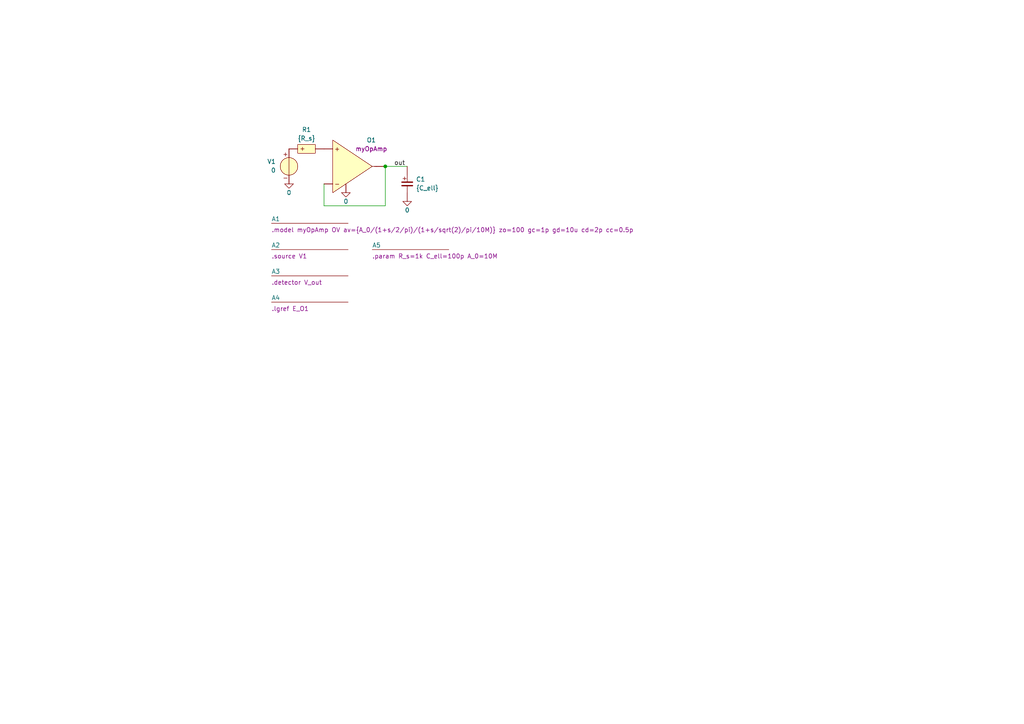
<source format=kicad_sch>
(kicad_sch (version 20250114) (generator "eeschema") (generator_version "9.0")
  (paper "A4")
  (lib_symbols
    (symbol "SLiCAP:C" (pin_numbers (hide yes)) (pin_names (offset 1.016) (hide yes))
      (property "Reference" "C?" (at 2.54 3.81 0))
      (property "Value" "?" (at 2.54 1.27 0) (show_name))
      (property "vinit" "0" (at 2.54 -1.27 0) (show_name))
      (symbol "C_0_0"
        (text "+" (at -0.762 1.651 0) (effects (font (size 1.27 1.27))))
      )
      (symbol "C_0_1"
        (polyline (pts (xy -1.524 0.508) (xy 1.524 0.508)) (stroke (width 0.381)))
        (polyline (pts (xy -1.524 -0.508) (xy 1.524 -0.508)) (stroke (width 0.381)))
        (polyline (pts (xy 0 2.54) (xy 0 0.508)))
        (polyline (pts (xy 0 -2.54) (xy 0 -0.508)))
      )
      (symbol "C_1_0"
        (pin passive line (at 0 5.08 270) (length 2.54) (name "1") (number "1"))
        (pin passive line (at 0 -5.08 90) (length 2.54) (name "2") (number "2"))
      )
    )
    (symbol "SLiCAP:Command" (pin_numbers (hide yes)) (pin_names (offset 0) (hide yes))
      (property "Reference" "A?" (at 0 1.27 0))
      (property "command" "?" (at 0 -1.905 0))
      (symbol "Command_0_1"
        (polyline (pts (xy 0 0) (xy 22.225 0)))
      )
    )
    (symbol "SLiCAP:GND" (power) (pin_numbers (hide yes)) (pin_names (offset 0) (hide yes))
      (property "Value" "0" (at 0 -2.54 0))
      (symbol "GND_0_1"
        (polyline (pts (xy -1.27 0) (xy 0 -1.27) (xy 1.27 0) (xy -1.27 0)))
      )
      (symbol "GND_1_1"
        (pin power_in line (at 0 0 0) (length 0) (name "~") (number "1"))
      )
    )
    (symbol "SLiCAP:O" (pin_numbers (hide yes)) (pin_names (offset 0) (hide yes))
      (property "Reference" "O?" (at 0.635 6.985 0))
      (property "model" "?" (at 0.635 5.08 0) (show_name))
      (symbol "O_0_1"
        (polyline (pts (xy 6.35 0) (xy 7.62 0)))
        (polyline (pts (xy 7.62 0) (xy 6.985 0)))
      )
      (symbol "O_1_0"
        (pin power_out line (at -1.27 -7.62 90) (length 2.54) (name "outN") (number "4"))
        (pin power_out line (at 10.16 0 180) (length 2.54) (name "outP") (number "3"))
      )
      (symbol "O_1_1"
        (polyline (pts (xy 6.35 0) (xy -5.08 7.62) (xy -5.08 -7.62) (xy 6.35 0)) (fill (type background)))
        (text "+" (at -3.81 5.08 0) (effects (font (size 1.27 1.27))))
        (text "-" (at -3.81 -5.08 0) (effects (font (size 1.27 1.27))))
        (pin input line (at -7.62 5.08 0) (length 2.54) (name "inp") (number "1"))
        (pin input line (at -7.62 -5.08 0) (length 2.54) (name "inN") (number "2"))
      )
    )
    (symbol "SLiCAP:R" (pin_numbers (hide yes)) (pin_names (offset 1.016) (hide yes))
      (property "Reference" "R?" (at 1.905 3.81 0))
      (property "Value" "?" (at 1.905 1.905 0) (show_name))
      (property "noisetemp" "0" (at 1.905 0 0) (show_name))
      (property "noiseflow" "0" (at 15.24 0 0) (show_name))
      (property "dcvar" "0" (at 1.905 -1.905 0) (show_name))
      (property "dcvarlot" "0" (at 15.24 -1.905 0) (show_name))
      (symbol "R_0_0"
        (text "+" (at 0 1.27 0) (effects (font (size 1.27 1.27))))
      )
      (symbol "R_1_0"
        (pin passive line (at 0 5.08 270) (length 2.54) (name "1") (number "1"))
        (pin passive line (at 0 -5.08 90) (length 2.54) (name "2") (number "2"))
      )
      (symbol "R_1_1"
        (rectangle (start -1.27 2.54) (end 1.27 -2.54) (fill (type background)))
      )
    )
    (symbol "SLiCAP:V" (pin_numbers (hide yes)) (pin_names (offset 0) (hide yes))
      (property "Reference" "V?" (at 3.175 4.445 0))
      (property "Value" "?" (at 3.175 2.54 0) (show_name))
      (property "noise" "0" (at 3.175 -3.175 0) (show_name))
      (property "dc" "0" (at 3.175 0.635 0) (show_name))
      (property "dcvar" "0" (at 3.175 -1.27 0) (show_name))
      (symbol "V_0_0"
        (text "+" (at -1.016 3.556 0) (effects (font (size 1.27 1.27))))
        (text "-" (at -1.016 -3.302 0) (effects (font (size 1.27 1.27))))
        (pin power_out line (at 0 5.08 270) (length 2.54) (name "p") (number "1"))
        (pin power_out line (at 0 -5.08 90) (length 2.54) (name "n") (number "2"))
      )
      (symbol "V_0_1"
        (polyline (pts (xy 0 2.54) (xy 0 -2.54)))
      )
      (symbol "V_1_0"
        (circle (center 0 0) (radius 2.54) (fill (type background)))
      )
    )
  )
  (junction (at 111.76 48.26))
  (wire (pts (xy 111.76 48.26) (xy 111.76 59.69)))
  (wire (pts (xy 111.76 48.26) (xy 118.11 48.26)))
  (wire (pts (xy 93.98 59.69) (xy 111.76 59.69)))
  (wire (pts (xy 93.98 53.34) (xy 93.98 59.69)))
  (label "out" (at 114.3 48.26 0))
  (symbol (lib_id "SLiCAP:GND") (at 100.33 55.88 0) (unit 1)
    (property "Reference" "#02" (effects (hide yes)))
    (property "Value" "0" (at 100.33 58.42 0))
    (property "Description" "0V reference potential" (effects (hide yes)))
  )
  (symbol (lib_id "SLiCAP:GND") (at 118.11 58.42 0) (unit 1)
    (property "Reference" "#04" (effects (hide yes)))
    (property "Value" "0" (at 118.11 60.96 0))
    (property "Description" "0V reference potential" (effects (hide yes)))
  )
  (symbol (lib_id "SLiCAP:Command") (at 78.74 80.01 0) (unit 1)
    (property "Reference" "A3" (at 78.74 78.74 0) (effects (justify left)))
    (property "Description" "SLiCAP command (.lib, .param, .model. subckt}" (effects (hide yes)))
    (property "command" ".detector V_out" (at 78.74 81.915 0) (effects (justify left)))
  )
  (symbol (lib_id "SLiCAP:O") (at 101.6 48.26 0) (unit 1)
    (property "Reference" "O1" (at 107.696 40.64 0))
    (property "Description" "Operational amplifier" (effects (hide yes)))
    (property "model" "myOpAmp" (at 107.696 43.18 0))
  )
  (symbol (lib_id "SLiCAP:V") (at 83.82 48.26 0) (unit 1)
    (property "Reference" "V1" (at 80.01 46.8629 0) (effects (justify right)))
    (property "Value" "0" (at 80.01 49.4029 0) (effects (justify right)))
    (property "Description" "Independent voltage source" (effects (hide yes)))
    (property "noise" "0" (effects (hide yes)))
    (property "dc" "0" (effects (hide yes)))
    (property "dcvar" "0" (effects (hide yes)))
    (property "model" "V" (effects (hide yes)))
  )
  (symbol (lib_id "SLiCAP:Command") (at 78.74 64.77 0) (unit 1)
    (property "Reference" "A1" (at 78.74 63.5 0) (effects (justify left)))
    (property "Description" "SLiCAP command (.lib, .param, .model. subckt}" (effects (hide yes)))
    (property "command" ".model myOpAmp OV av={A_0/(1+s/2/pi)/(1+s/sqrt(2)/pi/10M)} zo=100 gc=1p gd=10u cd=2p cc=0.5p" (at 78.74 66.675 0) (effects (justify left)))
  )
  (symbol (lib_id "SLiCAP:Command") (at 107.95 72.39 0) (unit 1)
    (property "Reference" "A5" (at 107.95 71.12 0) (effects (justify left)))
    (property "Description" "SLiCAP command (.lib, .param, .model. subckt}" (effects (hide yes)))
    (property "command" ".param R_s=1k C_ell=100p A_0=10M" (at 107.95 74.295 0) (effects (justify left)))
  )
  (symbol (lib_id "SLiCAP:Command") (at 78.74 72.39 0) (unit 1)
    (property "Reference" "A2" (at 78.74 71.12 0) (effects (justify left)))
    (property "Description" "SLiCAP command (.lib, .param, .model. subckt}" (effects (hide yes)))
    (property "command" ".source V1" (at 78.74 74.295 0) (effects (justify left)))
  )
  (symbol (lib_id "SLiCAP:R") (at 88.9 43.18 90) (unit 1)
    (property "Reference" "R1" (at 88.9 37.592 90))
    (property "Value" "{R_s}" (at 88.9 40.132 90))
    (property "Description" "Resistor (cannot have zero resistance)" (effects (hide yes)))
    (property "model" "R" (effects (hide yes)))
    (property "noisetemp" "0" (effects (hide yes)))
    (property "noiseflow" "0" (effects (hide yes)))
    (property "dcvar" "0" (effects (hide yes)))
    (property "dcvarlot" "0" (effects (hide yes)))
  )
  (symbol (lib_id "SLiCAP:GND") (at 83.82 53.34 0) (mirror y) (unit 1)
    (property "Reference" "#01" (effects (hide yes)))
    (property "Value" "0" (at 83.82 55.88 0))
    (property "Description" "0V reference potential" (effects (hide yes)))
  )
  (symbol (lib_id "SLiCAP:Command") (at 78.74 87.63 0) (unit 1)
    (property "Reference" "A4" (at 78.74 86.36 0) (effects (justify left)))
    (property "Description" "SLiCAP command (.lib, .param, .model. subckt}" (effects (hide yes)))
    (property "command" ".lgref E_O1" (at 78.74 89.535 0) (effects (justify left)))
  )
  (symbol (lib_id "SLiCAP:C") (at 118.11 53.34 0) (unit 1)
    (property "Reference" "C1" (at 120.65 52.0036 0) (effects (justify left)))
    (property "Value" "{C_ell}" (at 120.65 54.5436 0) (effects (justify left)))
    (property "Description" "Capacitor" (effects (hide yes)))
    (property "model" "C" (effects (hide yes)))
    (property "vinit" "0" (effects (hide yes)))
  )
)
</source>
